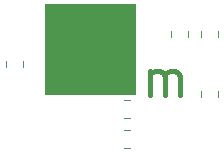
<source format=gbr>
%TF.GenerationSoftware,KiCad,Pcbnew,5.1.10*%
%TF.CreationDate,2021-06-13T21:02:04+02:00*%
%TF.ProjectId,filter,66696c74-6572-42e6-9b69-6361645f7063,rev?*%
%TF.SameCoordinates,Original*%
%TF.FileFunction,Legend,Top*%
%TF.FilePolarity,Positive*%
%FSLAX46Y46*%
G04 Gerber Fmt 4.6, Leading zero omitted, Abs format (unit mm)*
G04 Created by KiCad (PCBNEW 5.1.10) date 2021-06-13 21:02:04*
%MOMM*%
%LPD*%
G01*
G04 APERTURE LIST*
%ADD10C,0.400000*%
%ADD11C,0.100000*%
%ADD12C,0.120000*%
G04 APERTURE END LIST*
D10*
X154924285Y-87717142D02*
X154924285Y-85717142D01*
X154924285Y-86002857D02*
X155067142Y-85860000D01*
X155352857Y-85717142D01*
X155781428Y-85717142D01*
X156067142Y-85860000D01*
X156210000Y-86145714D01*
X156210000Y-87717142D01*
X156210000Y-86145714D02*
X156352857Y-85860000D01*
X156638571Y-85717142D01*
X157067142Y-85717142D01*
X157352857Y-85860000D01*
X157495714Y-86145714D01*
X157495714Y-87717142D01*
D11*
G36*
X153670000Y-87630000D02*
G01*
X146050000Y-87630000D01*
X146050000Y-80010000D01*
X153670000Y-80010000D01*
X153670000Y-87630000D01*
G37*
X153670000Y-87630000D02*
X146050000Y-87630000D01*
X146050000Y-80010000D01*
X153670000Y-80010000D01*
X153670000Y-87630000D01*
D12*
%TO.C,C101*%
X153296252Y-92175000D02*
X152773748Y-92175000D01*
X153296252Y-90705000D02*
X152773748Y-90705000D01*
%TO.C,C102*%
X156745000Y-82811252D02*
X156745000Y-82288748D01*
X158215000Y-82811252D02*
X158215000Y-82288748D01*
%TO.C,C103*%
X153296252Y-88165000D02*
X152773748Y-88165000D01*
X153296252Y-89635000D02*
X152773748Y-89635000D01*
%TO.C,C104*%
X144245000Y-84828748D02*
X144245000Y-85351252D01*
X142775000Y-84828748D02*
X142775000Y-85351252D01*
%TO.C,C105*%
X159285000Y-87368748D02*
X159285000Y-87891252D01*
X160755000Y-87368748D02*
X160755000Y-87891252D01*
%TO.C,C106*%
X160755000Y-82811252D02*
X160755000Y-82288748D01*
X159285000Y-82811252D02*
X159285000Y-82288748D01*
%TD*%
M02*

</source>
